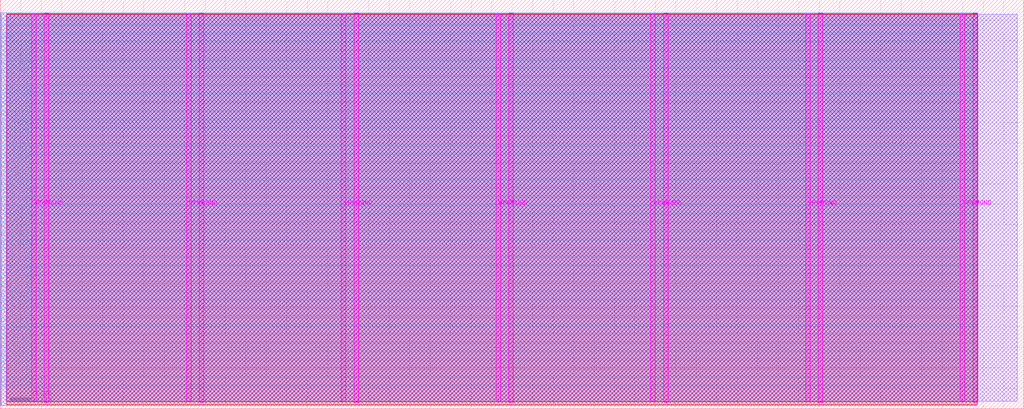
<source format=lef>
VERSION 5.7 ;
  NOWIREEXTENSIONATPIN ON ;
  DIVIDERCHAR "/" ;
  BUSBITCHARS "[]" ;
MACRO heichips25_sap3
  CLASS BLOCK ;
  FOREIGN heichips25_sap3 ;
  ORIGIN 0.000 0.000 ;
  SIZE 500.000 BY 200.000 ;
  PIN VGND
    DIRECTION INOUT ;
    USE GROUND ;
    PORT
      LAYER TopMetal1 ;
        RECT 21.580 3.150 23.780 193.410 ;
    END
    PORT
      LAYER TopMetal1 ;
        RECT 97.180 3.150 99.380 193.410 ;
    END
    PORT
      LAYER TopMetal1 ;
        RECT 172.780 3.150 174.980 193.410 ;
    END
    PORT
      LAYER TopMetal1 ;
        RECT 248.380 3.150 250.580 193.410 ;
    END
    PORT
      LAYER TopMetal1 ;
        RECT 323.980 3.150 326.180 193.410 ;
    END
    PORT
      LAYER TopMetal1 ;
        RECT 399.580 3.150 401.780 193.410 ;
    END
    PORT
      LAYER TopMetal1 ;
        RECT 475.180 3.150 477.380 193.410 ;
    END
  END VGND
  PIN VPWR
    DIRECTION INOUT ;
    USE POWER ;
    PORT
      LAYER TopMetal1 ;
        RECT 15.380 3.560 17.580 193.000 ;
    END
    PORT
      LAYER TopMetal1 ;
        RECT 90.980 3.560 93.180 193.000 ;
    END
    PORT
      LAYER TopMetal1 ;
        RECT 166.580 3.560 168.780 193.000 ;
    END
    PORT
      LAYER TopMetal1 ;
        RECT 242.180 3.560 244.380 193.000 ;
    END
    PORT
      LAYER TopMetal1 ;
        RECT 317.780 3.560 319.980 193.000 ;
    END
    PORT
      LAYER TopMetal1 ;
        RECT 393.380 3.560 395.580 193.000 ;
    END
    PORT
      LAYER TopMetal1 ;
        RECT 468.980 3.560 471.180 193.000 ;
    END
  END VPWR
  PIN clk
    DIRECTION INPUT ;
    USE SIGNAL ;
    ANTENNAGATEAREA 0.725400 ;
    PORT
      LAYER Metal3 ;
        RECT 0.000 183.340 0.400 183.740 ;
    END
  END clk
  PIN ena
    DIRECTION INPUT ;
    USE SIGNAL ;
    PORT
      LAYER Metal3 ;
        RECT 0.000 179.140 0.400 179.540 ;
    END
  END ena
  PIN rst_n
    DIRECTION INPUT ;
    USE SIGNAL ;
    ANTENNAGATEAREA 0.725400 ;
    PORT
      LAYER Metal3 ;
        RECT 0.000 187.540 0.400 187.940 ;
    END
  END rst_n
  PIN ui_in[0]
    DIRECTION INPUT ;
    USE SIGNAL ;
    ANTENNAGATEAREA 0.180700 ;
    PORT
      LAYER Metal3 ;
        RECT 0.000 111.940 0.400 112.340 ;
    END
  END ui_in[0]
  PIN ui_in[1]
    DIRECTION INPUT ;
    USE SIGNAL ;
    ANTENNAGATEAREA 0.180700 ;
    PORT
      LAYER Metal3 ;
        RECT 0.000 116.140 0.400 116.540 ;
    END
  END ui_in[1]
  PIN ui_in[2]
    DIRECTION INPUT ;
    USE SIGNAL ;
    ANTENNAGATEAREA 0.180700 ;
    PORT
      LAYER Metal3 ;
        RECT 0.000 120.340 0.400 120.740 ;
    END
  END ui_in[2]
  PIN ui_in[3]
    DIRECTION INPUT ;
    USE SIGNAL ;
    ANTENNAGATEAREA 0.180700 ;
    PORT
      LAYER Metal3 ;
        RECT 0.000 124.540 0.400 124.940 ;
    END
  END ui_in[3]
  PIN ui_in[4]
    DIRECTION INPUT ;
    USE SIGNAL ;
    ANTENNAGATEAREA 0.180700 ;
    PORT
      LAYER Metal3 ;
        RECT 0.000 128.740 0.400 129.140 ;
    END
  END ui_in[4]
  PIN ui_in[5]
    DIRECTION INPUT ;
    USE SIGNAL ;
    ANTENNAGATEAREA 0.180700 ;
    PORT
      LAYER Metal3 ;
        RECT 0.000 132.940 0.400 133.340 ;
    END
  END ui_in[5]
  PIN ui_in[6]
    DIRECTION INPUT ;
    USE SIGNAL ;
    ANTENNAGATEAREA 0.180700 ;
    PORT
      LAYER Metal3 ;
        RECT 0.000 137.140 0.400 137.540 ;
    END
  END ui_in[6]
  PIN ui_in[7]
    DIRECTION INPUT ;
    USE SIGNAL ;
    ANTENNAGATEAREA 0.180700 ;
    PORT
      LAYER Metal3 ;
        RECT 0.000 141.340 0.400 141.740 ;
    END
  END ui_in[7]
  PIN uio_in[0]
    DIRECTION INPUT ;
    USE SIGNAL ;
    PORT
      LAYER Metal3 ;
        RECT 0.000 145.540 0.400 145.940 ;
    END
  END uio_in[0]
  PIN uio_in[1]
    DIRECTION INPUT ;
    USE SIGNAL ;
    PORT
      LAYER Metal3 ;
        RECT 0.000 149.740 0.400 150.140 ;
    END
  END uio_in[1]
  PIN uio_in[2]
    DIRECTION INPUT ;
    USE SIGNAL ;
    PORT
      LAYER Metal3 ;
        RECT 0.000 153.940 0.400 154.340 ;
    END
  END uio_in[2]
  PIN uio_in[3]
    DIRECTION INPUT ;
    USE SIGNAL ;
    PORT
      LAYER Metal3 ;
        RECT 0.000 158.140 0.400 158.540 ;
    END
  END uio_in[3]
  PIN uio_in[4]
    DIRECTION INPUT ;
    USE SIGNAL ;
    PORT
      LAYER Metal3 ;
        RECT 0.000 162.340 0.400 162.740 ;
    END
  END uio_in[4]
  PIN uio_in[5]
    DIRECTION INPUT ;
    USE SIGNAL ;
    PORT
      LAYER Metal3 ;
        RECT 0.000 166.540 0.400 166.940 ;
    END
  END uio_in[5]
  PIN uio_in[6]
    DIRECTION INPUT ;
    USE SIGNAL ;
    PORT
      LAYER Metal3 ;
        RECT 0.000 170.740 0.400 171.140 ;
    END
  END uio_in[6]
  PIN uio_in[7]
    DIRECTION INPUT ;
    USE SIGNAL ;
    PORT
      LAYER Metal3 ;
        RECT 0.000 174.940 0.400 175.340 ;
    END
  END uio_in[7]
  PIN uio_oe[0]
    DIRECTION OUTPUT ;
    USE SIGNAL ;
    ANTENNADIFFAREA 0.708600 ;
    PORT
      LAYER Metal3 ;
        RECT 0.000 78.340 0.400 78.740 ;
    END
  END uio_oe[0]
  PIN uio_oe[1]
    DIRECTION OUTPUT ;
    USE SIGNAL ;
    ANTENNADIFFAREA 0.708600 ;
    PORT
      LAYER Metal3 ;
        RECT 0.000 82.540 0.400 82.940 ;
    END
  END uio_oe[1]
  PIN uio_oe[2]
    DIRECTION OUTPUT ;
    USE SIGNAL ;
    ANTENNADIFFAREA 0.708600 ;
    PORT
      LAYER Metal3 ;
        RECT 0.000 86.740 0.400 87.140 ;
    END
  END uio_oe[2]
  PIN uio_oe[3]
    DIRECTION OUTPUT ;
    USE SIGNAL ;
    ANTENNADIFFAREA 0.708600 ;
    PORT
      LAYER Metal3 ;
        RECT 0.000 90.940 0.400 91.340 ;
    END
  END uio_oe[3]
  PIN uio_oe[4]
    DIRECTION OUTPUT ;
    USE SIGNAL ;
    ANTENNADIFFAREA 0.708600 ;
    PORT
      LAYER Metal3 ;
        RECT 0.000 95.140 0.400 95.540 ;
    END
  END uio_oe[4]
  PIN uio_oe[5]
    DIRECTION OUTPUT ;
    USE SIGNAL ;
    ANTENNADIFFAREA 0.708600 ;
    PORT
      LAYER Metal3 ;
        RECT 0.000 99.340 0.400 99.740 ;
    END
  END uio_oe[5]
  PIN uio_oe[6]
    DIRECTION OUTPUT ;
    USE SIGNAL ;
    ANTENNADIFFAREA 0.708600 ;
    PORT
      LAYER Metal3 ;
        RECT 0.000 103.540 0.400 103.940 ;
    END
  END uio_oe[6]
  PIN uio_oe[7]
    DIRECTION OUTPUT ;
    USE SIGNAL ;
    ANTENNADIFFAREA 0.708600 ;
    PORT
      LAYER Metal3 ;
        RECT 0.000 107.740 0.400 108.140 ;
    END
  END uio_oe[7]
  PIN uio_out[0]
    DIRECTION OUTPUT ;
    USE SIGNAL ;
    ANTENNADIFFAREA 0.708600 ;
    PORT
      LAYER Metal3 ;
        RECT 0.000 44.740 0.400 45.140 ;
    END
  END uio_out[0]
  PIN uio_out[1]
    DIRECTION OUTPUT ;
    USE SIGNAL ;
    ANTENNADIFFAREA 0.708600 ;
    PORT
      LAYER Metal3 ;
        RECT 0.000 48.940 0.400 49.340 ;
    END
  END uio_out[1]
  PIN uio_out[2]
    DIRECTION OUTPUT ;
    USE SIGNAL ;
    ANTENNADIFFAREA 0.708600 ;
    PORT
      LAYER Metal3 ;
        RECT 0.000 53.140 0.400 53.540 ;
    END
  END uio_out[2]
  PIN uio_out[3]
    DIRECTION OUTPUT ;
    USE SIGNAL ;
    ANTENNADIFFAREA 0.708600 ;
    PORT
      LAYER Metal3 ;
        RECT 0.000 57.340 0.400 57.740 ;
    END
  END uio_out[3]
  PIN uio_out[4]
    DIRECTION OUTPUT ;
    USE SIGNAL ;
    ANTENNADIFFAREA 0.708600 ;
    PORT
      LAYER Metal3 ;
        RECT 0.000 61.540 0.400 61.940 ;
    END
  END uio_out[4]
  PIN uio_out[5]
    DIRECTION OUTPUT ;
    USE SIGNAL ;
    ANTENNADIFFAREA 0.708600 ;
    PORT
      LAYER Metal3 ;
        RECT 0.000 65.740 0.400 66.140 ;
    END
  END uio_out[5]
  PIN uio_out[6]
    DIRECTION OUTPUT ;
    USE SIGNAL ;
    ANTENNADIFFAREA 0.708600 ;
    PORT
      LAYER Metal3 ;
        RECT 0.000 69.940 0.400 70.340 ;
    END
  END uio_out[6]
  PIN uio_out[7]
    DIRECTION OUTPUT ;
    USE SIGNAL ;
    ANTENNADIFFAREA 0.708600 ;
    PORT
      LAYER Metal3 ;
        RECT 0.000 74.140 0.400 74.540 ;
    END
  END uio_out[7]
  PIN uo_out[0]
    DIRECTION OUTPUT ;
    USE SIGNAL ;
    ANTENNADIFFAREA 0.708600 ;
    PORT
      LAYER Metal3 ;
        RECT 0.000 11.140 0.400 11.540 ;
    END
  END uo_out[0]
  PIN uo_out[1]
    DIRECTION OUTPUT ;
    USE SIGNAL ;
    ANTENNADIFFAREA 0.708600 ;
    PORT
      LAYER Metal3 ;
        RECT 0.000 15.340 0.400 15.740 ;
    END
  END uo_out[1]
  PIN uo_out[2]
    DIRECTION OUTPUT ;
    USE SIGNAL ;
    ANTENNADIFFAREA 0.708600 ;
    PORT
      LAYER Metal3 ;
        RECT 0.000 19.540 0.400 19.940 ;
    END
  END uo_out[2]
  PIN uo_out[3]
    DIRECTION OUTPUT ;
    USE SIGNAL ;
    ANTENNADIFFAREA 0.708600 ;
    PORT
      LAYER Metal3 ;
        RECT 0.000 23.740 0.400 24.140 ;
    END
  END uo_out[3]
  PIN uo_out[4]
    DIRECTION OUTPUT ;
    USE SIGNAL ;
    ANTENNADIFFAREA 0.708600 ;
    PORT
      LAYER Metal3 ;
        RECT 0.000 27.940 0.400 28.340 ;
    END
  END uo_out[4]
  PIN uo_out[5]
    DIRECTION OUTPUT ;
    USE SIGNAL ;
    ANTENNADIFFAREA 0.708600 ;
    PORT
      LAYER Metal3 ;
        RECT 0.000 32.140 0.400 32.540 ;
    END
  END uo_out[5]
  PIN uo_out[6]
    DIRECTION OUTPUT ;
    USE SIGNAL ;
    ANTENNADIFFAREA 0.299200 ;
    PORT
      LAYER Metal3 ;
        RECT 0.000 36.340 0.400 36.740 ;
    END
  END uo_out[6]
  PIN uo_out[7]
    DIRECTION OUTPUT ;
    USE SIGNAL ;
    ANTENNADIFFAREA 0.299200 ;
    PORT
      LAYER Metal3 ;
        RECT 0.000 40.540 0.400 40.940 ;
    END
  END uo_out[7]
  OBS
      LAYER GatPoly ;
        RECT 2.880 3.630 496.800 192.930 ;
      LAYER Metal1 ;
        RECT 2.880 3.560 496.800 193.000 ;
      LAYER Metal2 ;
        RECT 0.375 1.535 477.200 193.765 ;
      LAYER Metal3 ;
        RECT 0.335 188.150 477.245 193.720 ;
        RECT 0.610 187.330 477.245 188.150 ;
        RECT 0.335 183.950 477.245 187.330 ;
        RECT 0.610 183.130 477.245 183.950 ;
        RECT 0.335 179.750 477.245 183.130 ;
        RECT 0.610 178.930 477.245 179.750 ;
        RECT 0.335 175.550 477.245 178.930 ;
        RECT 0.610 174.730 477.245 175.550 ;
        RECT 0.335 171.350 477.245 174.730 ;
        RECT 0.610 170.530 477.245 171.350 ;
        RECT 0.335 167.150 477.245 170.530 ;
        RECT 0.610 166.330 477.245 167.150 ;
        RECT 0.335 162.950 477.245 166.330 ;
        RECT 0.610 162.130 477.245 162.950 ;
        RECT 0.335 158.750 477.245 162.130 ;
        RECT 0.610 157.930 477.245 158.750 ;
        RECT 0.335 154.550 477.245 157.930 ;
        RECT 0.610 153.730 477.245 154.550 ;
        RECT 0.335 150.350 477.245 153.730 ;
        RECT 0.610 149.530 477.245 150.350 ;
        RECT 0.335 146.150 477.245 149.530 ;
        RECT 0.610 145.330 477.245 146.150 ;
        RECT 0.335 141.950 477.245 145.330 ;
        RECT 0.610 141.130 477.245 141.950 ;
        RECT 0.335 137.750 477.245 141.130 ;
        RECT 0.610 136.930 477.245 137.750 ;
        RECT 0.335 133.550 477.245 136.930 ;
        RECT 0.610 132.730 477.245 133.550 ;
        RECT 0.335 129.350 477.245 132.730 ;
        RECT 0.610 128.530 477.245 129.350 ;
        RECT 0.335 125.150 477.245 128.530 ;
        RECT 0.610 124.330 477.245 125.150 ;
        RECT 0.335 120.950 477.245 124.330 ;
        RECT 0.610 120.130 477.245 120.950 ;
        RECT 0.335 116.750 477.245 120.130 ;
        RECT 0.610 115.930 477.245 116.750 ;
        RECT 0.335 112.550 477.245 115.930 ;
        RECT 0.610 111.730 477.245 112.550 ;
        RECT 0.335 108.350 477.245 111.730 ;
        RECT 0.610 107.530 477.245 108.350 ;
        RECT 0.335 104.150 477.245 107.530 ;
        RECT 0.610 103.330 477.245 104.150 ;
        RECT 0.335 99.950 477.245 103.330 ;
        RECT 0.610 99.130 477.245 99.950 ;
        RECT 0.335 95.750 477.245 99.130 ;
        RECT 0.610 94.930 477.245 95.750 ;
        RECT 0.335 91.550 477.245 94.930 ;
        RECT 0.610 90.730 477.245 91.550 ;
        RECT 0.335 87.350 477.245 90.730 ;
        RECT 0.610 86.530 477.245 87.350 ;
        RECT 0.335 83.150 477.245 86.530 ;
        RECT 0.610 82.330 477.245 83.150 ;
        RECT 0.335 78.950 477.245 82.330 ;
        RECT 0.610 78.130 477.245 78.950 ;
        RECT 0.335 74.750 477.245 78.130 ;
        RECT 0.610 73.930 477.245 74.750 ;
        RECT 0.335 70.550 477.245 73.930 ;
        RECT 0.610 69.730 477.245 70.550 ;
        RECT 0.335 66.350 477.245 69.730 ;
        RECT 0.610 65.530 477.245 66.350 ;
        RECT 0.335 62.150 477.245 65.530 ;
        RECT 0.610 61.330 477.245 62.150 ;
        RECT 0.335 57.950 477.245 61.330 ;
        RECT 0.610 57.130 477.245 57.950 ;
        RECT 0.335 53.750 477.245 57.130 ;
        RECT 0.610 52.930 477.245 53.750 ;
        RECT 0.335 49.550 477.245 52.930 ;
        RECT 0.610 48.730 477.245 49.550 ;
        RECT 0.335 45.350 477.245 48.730 ;
        RECT 0.610 44.530 477.245 45.350 ;
        RECT 0.335 41.150 477.245 44.530 ;
        RECT 0.610 40.330 477.245 41.150 ;
        RECT 0.335 36.950 477.245 40.330 ;
        RECT 0.610 36.130 477.245 36.950 ;
        RECT 0.335 32.750 477.245 36.130 ;
        RECT 0.610 31.930 477.245 32.750 ;
        RECT 0.335 28.550 477.245 31.930 ;
        RECT 0.610 27.730 477.245 28.550 ;
        RECT 0.335 24.350 477.245 27.730 ;
        RECT 0.610 23.530 477.245 24.350 ;
        RECT 0.335 20.150 477.245 23.530 ;
        RECT 0.610 19.330 477.245 20.150 ;
        RECT 0.335 15.950 477.245 19.330 ;
        RECT 0.610 15.130 477.245 15.950 ;
        RECT 0.335 11.750 477.245 15.130 ;
        RECT 0.610 10.930 477.245 11.750 ;
        RECT 0.335 1.580 477.245 10.930 ;
      LAYER Metal4 ;
        RECT 3.255 1.955 477.200 192.925 ;
      LAYER Metal5 ;
        RECT 3.215 3.470 477.245 193.090 ;
  END
END heichips25_sap3
END LIBRARY


</source>
